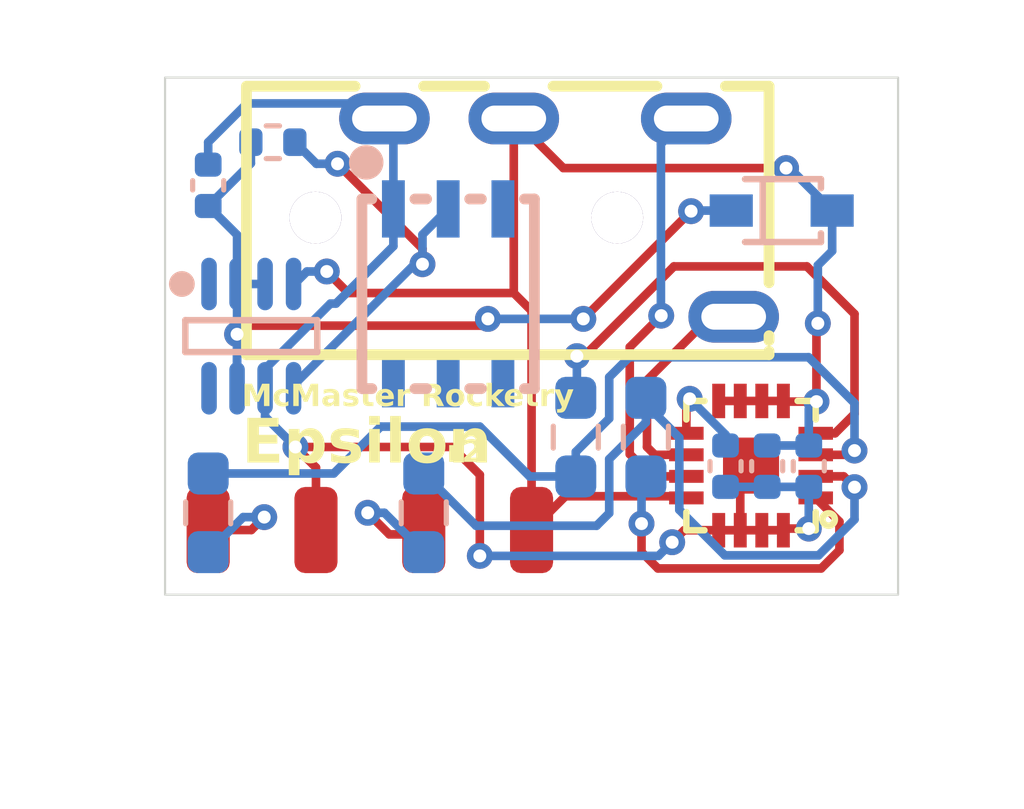
<source format=kicad_pcb>
(kicad_pcb (version 20240108) (generator "pcbnew") (generator_version "8.0")
  (layers (0 "F.Cu" signal) (31 "B.Cu" signal) (34 "B.Paste" user) (35 "F.Paste" user) (36 "B.SilkS" user "B.Silkscreen") (37 "F.SilkS" user "F.Silkscreen") (38 "B.Mask" user) (39 "F.Mask" user) (44 "Edge.Cuts" user))
  (net 0 "")
  (net 1 "GND")
  (net 2 "3V3A_SW")
  (net 3 "Net-(U4-VOCM)")
  (net 4 "Net-(D1-K)")
  (net 5 "Net-(J2-Pin_1)")
  (net 6 "Net-(J4-Pin_1)")
  (net 7 "Net-(U4--OUT)")
  (net 8 "Net-(U4-+OUT)")
  (net 9 "Net-(U4-+IN)")
  (net 10 "Net-(U4-–FB)")
  (net 15 "Net-(U2-IO)")
  (net 18 "Net-(U4-+FB)")
  (net 19 "Net-(U4--IN)")
  (footprint "Connector_Wire:SolderWirePad_1x01_SMD_1x2mm" (layer "F.Cu") (at 141 87.5 180)
    (property "Reference" "J2" (hide yes))
    (property "Value" "SGS+")
    (pad "1" smd roundrect (at 0 0 180) (size 1 2) (layers "F.Cu" "F.Paste" "F.Mask") (net 5 "Net-(J2-Pin_1)"))
  )
  (footprint "Connector_Wire:SolderWirePad_1x01_SMD_1x2mm" (layer "F.Cu") (at 143.5 87.5 180)
    (property "Reference" "J1" (hide yes))
    (property "Value" "SGP+")
    (pad "1" smd roundrect (at 0 0 180) (size 1 2) (layers "F.Cu" "F.Paste" "F.Mask") (net 2 "3V3A_SW"))
  )
  (footprint "Connector_Wire:SolderWirePad_1x01_SMD_1x2mm" (layer "F.Cu") (at 136 87.5 180)
    (property "Reference" "J4" (hide yes))
    (property "Value" "SGS-")
    (pad "1" smd roundrect (at 0 0 180) (size 1 2) (layers "F.Cu" "F.Paste" "F.Mask") (net 6 "Net-(J4-Pin_1)"))
  )
  (footprint "Rocketry_Easyeda:LFCSP-16_L3.0-W3.0-P0.50-BL-EP1.3" (layer "F.Cu") (at 148.59 86.0044 90)
    (property "Reference" "U4" (hide yes))
    (property "Value" "ADA4940-1ACPZ-R7")
    (fp_line (start 1.07 -1.5) (end 1.5 -1.5) (stroke (width 0.15)) (layer "F.SilkS"))
    (fp_line (start -1.5 -1.5) (end -1.08 -1.5) (stroke (width 0.15)) (layer "F.SilkS"))
    (fp_line (start 1.5 -1.08) (end 1.5 -1.5) (stroke (width 0.15)) (layer "F.SilkS"))
    (fp_line (start -1.5 -1.08) (end -1.5 -1.5) (stroke (width 0.15)) (layer "F.SilkS"))
    (fp_line (start 1.5 1.5) (end 1.5 1.08) (stroke (width 0.15)) (layer "F.SilkS"))
    (fp_line (start 1.07 1.5) (end 1.5 1.5) (stroke (width 0.15)) (layer "F.SilkS"))
    (fp_line (start -1.5 1.5) (end -1.5 1.08) (stroke (width 0.15)) (layer "F.SilkS"))
    (fp_line (start -1.5 1.5) (end -1.08 1.5) (stroke (width 0.15)) (layer "F.SilkS"))
    (fp_circle (center -1.25 1.8) (end -1.18 1.8) (stroke (width 0.15)) (fill none) (layer "F.SilkS"))
    (pad "1" smd rect (at -0.75 1.5 270) (size 0.3 0.8) (layers "F.Cu" "F.Paste" "F.Mask") (net 10 "Net-(U4-–FB)"))
    (pad "2" smd rect (at -0.25 1.5 270) (size 0.3 0.8) (layers "F.Cu" "F.Paste" "F.Mask") (net 9 "Net-(U4-+IN)"))
    (pad "3" smd rect (at 0.25 1.5 270) (size 0.3 0.8) (layers "F.Cu" "F.Paste" "F.Mask") (net 19 "Net-(U4--IN)"))
    (pad "4" smd rect (at 0.75 1.5 270) (size 0.3 0.8) (layers "F.Cu" "F.Paste" "F.Mask") (net 18 "Net-(U4-+FB)"))
    (pad "5" smd rect (at 1.5 0.75 180) (size 0.3 0.8) (layers "F.Cu" "F.Paste" "F.Mask") (net 2 "3V3A_SW"))
    (pad "6" smd rect (at 1.5 0.25 180) (size 0.3 0.8) (layers "F.Cu" "F.Paste" "F.Mask") (net 2 "3V3A_SW"))
    (pad "7" smd rect (at 1.5 -0.25 180) (size 0.3 0.8) (layers "F.Cu" "F.Paste" "F.Mask") (net 2 "3V3A_SW"))
    (pad "8" smd rect (at 1.5 -0.75 180) (size 0.3 0.8) (layers "F.Cu" "F.Paste" "F.Mask") (net 2 "3V3A_SW"))
    (pad "9" smd rect (at 0.75 -1.5 270) (size 0.3 0.8) (layers "F.Cu" "F.Paste" "F.Mask") (net 3 "Net-(U4-VOCM)"))
    (pad "10" smd rect (at 0.25 -1.5 270) (size 0.3 0.8) (layers "F.Cu" "F.Paste" "F.Mask") (net 8 "Net-(U4-+OUT)"))
    (pad "11" smd rect (at -0.25 -1.5 270) (size 0.3 0.8) (layers "F.Cu" "F.Paste" "F.Mask") (net 7 "Net-(U4--OUT)"))
    (pad "12" smd rect (at -0.75 -1.5 270) (size 0.3 0.8) (layers "F.Cu" "F.Paste" "F.Mask") (net 2 "3V3A_SW"))
    (pad "13" smd rect (at -1.5 -0.75 180) (size 0.3 0.8) (layers "F.Cu" "F.Paste" "F.Mask") (net 1 "GND"))
    (pad "14" smd rect (at -1.5 -0.25 180) (size 0.3 0.8) (layers "F.Cu" "F.Paste" "F.Mask") (net 1 "GND"))
    (pad "15" smd rect (at -1.5 0.25 180) (size 0.3 0.8) (layers "F.Cu" "F.Paste" "F.Mask") (net 1 "GND"))
    (pad "16" smd rect (at -1.5 0.75 180) (size 0.3 0.8) (layers "F.Cu" "F.Paste" "F.Mask") (net 1 "GND"))
    (pad "17" smd rect (at 0 0 270) (size 1.3 1.3) (layers "F.Cu" "F.Paste" "F.Mask") (net 1 "GND"))
  )
  (footprint "Rocketry_Manual:AUDIO-TH_PJ-320A-4P-DIP" (layer "F.Cu") (at 144.1375 80.25)
    (property "Reference" "J5" (hide yes))
    (property "Value" "AudioJack4")
    (fp_line (start -7.25 2.46) (end -7.25 -3.05) (stroke (width 0.25)) (layer "F.SilkS"))
    (fp_line (start -7.25 3.18) (end -7.25 2.3) (stroke (width 0.25)) (layer "F.SilkS"))
    (fp_line (start -7.23 -3.05) (end -4.73 -3.05) (stroke (width 0.25)) (layer "F.SilkS"))
    (fp_line (start -3.14 -3.05) (end -1.73 -3.05) (stroke (width 0.25)) (layer "F.SilkS"))
    (fp_line (start -0.14 -3.05) (end 2.27 -3.05) (stroke (width 0.25)) (layer "F.SilkS"))
    (fp_line (start 3.86 -3.05) (end 4.87 -3.05) (stroke (width 0.25)) (layer "F.SilkS"))
    (fp_line (start 4.87 -3.05) (end 4.87 1.51) (stroke (width 0.25)) (layer "F.SilkS"))
    (fp_line (start 4.87 2.74) (end 4.87 2.85) (stroke (width 0.25)) (layer "F.SilkS"))
    (fp_line (start 4.87 3.1) (end 4.87 3.18) (stroke (width 0.25)) (layer "F.SilkS"))
    (fp_line (start 4.87 3.18) (end -7.25 3.18) (stroke (width 0.25)) (layer "F.SilkS"))
    (pad "" thru_hole circle (at -5.65 0) (size 1.2 1.2) (drill 1.2) (layers "*.Cu" "*.Mask" "In1.Cu" "In2.Cu" "In3.Cu" "In4.Cu" "In5.Cu" "In6.Cu" "In7.Cu" "In8.Cu" "In9.Cu" "In10.Cu" "In11.Cu" "In12.Cu" "In13.Cu" "In14.Cu" "In15.Cu" "In16.Cu" "In17.Cu" "In18.Cu" "In19.Cu" "In20.Cu" "In21.Cu" "In22.Cu" "In23.Cu" "In24.Cu" "In25.Cu" "In26.Cu" "In27.Cu" "In28.Cu" "In29.Cu" "In30.Cu"))
    (pad "" thru_hole circle (at 1.35 0) (size 1.2 1.2) (drill 1.2) (layers "*.Cu" "*.Mask" "In1.Cu" "In2.Cu" "In3.Cu" "In4.Cu" "In5.Cu" "In6.Cu" "In7.Cu" "In8.Cu" "In9.Cu" "In10.Cu" "In11.Cu" "In12.Cu" "In13.Cu" "In14.Cu" "In15.Cu" "In16.Cu" "In17.Cu" "In18.Cu" "In19.Cu" "In20.Cu" "In21.Cu" "In22.Cu" "In23.Cu" "In24.Cu" "In25.Cu" "In26.Cu" "In27.Cu" "In28.Cu" "In29.Cu" "In30.Cu"))
    (pad "R1" thru_hole oval (at 2.95 -2.3 90) (size 1.2 2.1) (drill oval 0.599999 1.499997) (layers "*.Cu" "*.Mask" "In1.Cu" "In2.Cu" "In3.Cu" "In4.Cu" "In5.Cu" "In6.Cu" "In7.Cu" "In8.Cu" "In9.Cu" "In10.Cu" "In11.Cu" "In12.Cu" "In13.Cu" "In14.Cu" "In15.Cu" "In16.Cu" "In17.Cu" "In18.Cu" "In19.Cu" "In20.Cu" "In21.Cu" "In22.Cu" "In23.Cu" "In24.Cu" "In25.Cu" "In26.Cu" "In27.Cu" "In28.Cu" "In29.Cu" "In30.Cu") (net 7 "Net-(U4--OUT)"))
    (pad "R2" thru_hole oval (at -1.05 -2.3 90) (size 1.2 2.1) (drill oval 0.599999 1.499997) (layers "*.Cu" "*.Mask" "In1.Cu" "In2.Cu" "In3.Cu" "In4.Cu" "In5.Cu" "In6.Cu" "In7.Cu" "In8.Cu" "In9.Cu" "In10.Cu" "In11.Cu" "In12.Cu" "In13.Cu" "In14.Cu" "In15.Cu" "In16.Cu" "In17.Cu" "In18.Cu" "In19.Cu" "In20.Cu" "In21.Cu" "In22.Cu" "In23.Cu" "In24.Cu" "In25.Cu" "In26.Cu" "In27.Cu" "In28.Cu" "In29.Cu" "In30.Cu") (net 2 "3V3A_SW"))
    (pad "S" thru_hole oval (at -4.05 -2.3 90) (size 1.2 2.1) (drill oval 0.599999 1.499997) (layers "*.Cu" "*.Mask" "In1.Cu" "In2.Cu" "In3.Cu" "In4.Cu" "In5.Cu" "In6.Cu" "In7.Cu" "In8.Cu" "In9.Cu" "In10.Cu" "In11.Cu" "In12.Cu" "In13.Cu" "In14.Cu" "In15.Cu" "In16.Cu" "In17.Cu" "In18.Cu" "In19.Cu" "In20.Cu" "In21.Cu" "In22.Cu" "In23.Cu" "In24.Cu" "In25.Cu" "In26.Cu" "In27.Cu" "In28.Cu" "In29.Cu" "In30.Cu") (net 1 "GND"))
    (pad "T" thru_hole oval (at 4.05 2.3 90) (size 1.2 2.1) (drill oval 0.599999 1.499997) (layers "*.Cu" "*.Mask" "In1.Cu" "In2.Cu" "In3.Cu" "In4.Cu" "In5.Cu" "In6.Cu" "In7.Cu" "In8.Cu" "In9.Cu" "In10.Cu" "In11.Cu" "In12.Cu" "In13.Cu" "In14.Cu" "In15.Cu" "In16.Cu" "In17.Cu" "In18.Cu" "In19.Cu" "In20.Cu" "In21.Cu" "In22.Cu" "In23.Cu" "In24.Cu" "In25.Cu" "In26.Cu" "In27.Cu" "In28.Cu" "In29.Cu" "In30.Cu") (net 8 "Net-(U4-+OUT)"))
  )
  (footprint "Connector_Wire:SolderWirePad_1x01_SMD_1x2mm" (layer "F.Cu") (at 138.5 87.5 180)
    (property "Reference" "J3" (hide yes))
    (property "Value" "SGP-")
    (pad "1" smd roundrect (at 0 0 180) (size 1 2) (layers "F.Cu" "F.Paste" "F.Mask") (net 1 "GND"))
  )
  (footprint "Capacitor_SMD:C_0402_1005Metric" (layer "B.Cu") (at 136 79.5 90)
    (property "Reference" "C4" (hide yes))
    (property "Value" "10uF")
    (fp_line (start 0.107836 -0.36) (end -0.107836 -0.36) (stroke (width 0.12)) (layer "B.SilkS"))
    (fp_line (start 0.107836 0.36) (end -0.107836 0.36) (stroke (width 0.12)) (layer "B.SilkS"))
    (pad "1" smd roundrect (at -0.48 0 90) (size 0.56 0.62) (layers "B.Cu" "B.Paste" "B.Mask") (net 4 "Net-(D1-K)"))
    (pad "2" smd roundrect (at 0.48 0 90) (size 0.56 0.62) (layers "B.Cu" "B.Paste" "B.Mask") (net 1 "GND"))
  )
  (footprint "Rocketry_Easyeda:TSOT-23-8_L2.9-W1.6-P0.65-LS2.8-BR" (layer "B.Cu") (at 137 83 90)
    (property "Reference" "U3" (hide yes))
    (property "Value" "TCA9416DDFR")
    (fp_line (start 0.37 -1.53) (end 0.37 1.53) (stroke (width 0.15)) (layer "B.SilkS"))
    (fp_line (start -0.37 -1.53) (end 0.37 -1.53) (stroke (width 0.15)) (layer "B.SilkS"))
    (fp_line (start 0.37 1.53) (end -0.37 1.53) (stroke (width 0.15)) (layer "B.SilkS"))
    (fp_line (start -0.37 1.53) (end -0.37 -1.53) (stroke (width 0.15)) (layer "B.SilkS"))
    (fp_circle (center 1.21 -1.61) (end 1.36 -1.61) (stroke (width 0.3)) (fill none) (layer "B.SilkS"))
    (pad "1" smd oval (at 1.21 -0.98 90) (size 1.22 0.36) (layers "B.Cu" "B.Paste" "B.Mask"))
    (pad "2" smd oval (at 1.21 -0.33 90) (size 1.22 0.36) (layers "B.Cu" "B.Paste" "B.Mask") (net 4 "Net-(D1-K)"))
    (pad "3" smd oval (at 1.21 0.32 90) (size 1.22 0.36) (layers "B.Cu" "B.Paste" "B.Mask") (net 4 "Net-(D1-K)"))
    (pad "4" smd oval (at 1.21 0.98 90) (size 1.22 0.36) (layers "B.Cu" "B.Paste" "B.Mask") (net 2 "3V3A_SW"))
    (pad "5" smd oval (at -1.21 0.98 90) (size 1.22 0.36) (layers "B.Cu" "B.Paste" "B.Mask") (net 15 "Net-(U2-IO)"))
    (pad "6" smd oval (at -1.21 0.32 90) (size 1.22 0.36) (layers "B.Cu" "B.Paste" "B.Mask") (net 1 "GND"))
    (pad "7" smd oval (at -1.21 -0.33 90) (size 1.22 0.36) (layers "B.Cu" "B.Paste" "B.Mask") (net 4 "Net-(D1-K)"))
    (pad "8" smd oval (at -1.21 -0.98 90) (size 1.22 0.36) (layers "B.Cu" "B.Paste" "B.Mask"))
  )
  (footprint "Resistor_SMD:R_0603_1608Metric_Pad0.98x0.95mm_HandSolder" (layer "B.Cu") (at 141 87.1 90)
    (property "Reference" "R8" (hide yes))
    (property "Value" "6.8K")
    (fp_line (start 0.254724 -0.5225) (end -0.254724 -0.5225) (stroke (width 0.12)) (layer "B.SilkS"))
    (fp_line (start 0.254724 0.5225) (end -0.254724 0.5225) (stroke (width 0.12)) (layer "B.SilkS"))
    (pad "1" smd roundrect (at -0.9125 0 90) (size 0.975 0.95) (layers "B.Cu" "B.Paste" "B.Mask") (net 5 "Net-(J2-Pin_1)"))
    (pad "2" smd roundrect (at 0.9125 0 90) (size 0.975 0.95) (layers "B.Cu" "B.Paste" "B.Mask") (net 9 "Net-(U4-+IN)"))
  )
  (footprint "Resistor_SMD:R_0402_1005Metric" (layer "B.Cu") (at 137.5 78.5 180)
    (property "Reference" "R7" (hide yes))
    (property "Value" "1K")
    (fp_line (start 0.153641 0.38) (end -0.153641 0.38) (stroke (width 0.12)) (layer "B.SilkS"))
    (fp_line (start 0.153641 -0.38) (end -0.153641 -0.38) (stroke (width 0.12)) (layer "B.SilkS"))
    (pad "1" smd roundrect (at -0.51 0 180) (size 0.54 0.64) (layers "B.Cu" "B.Paste" "B.Mask") (net 15 "Net-(U2-IO)"))
    (pad "2" smd roundrect (at 0.51 0 180) (size 0.54 0.64) (layers "B.Cu" "B.Paste" "B.Mask") (net 4 "Net-(D1-K)"))
  )
  (footprint "Capacitor_SMD:C_0402_1005Metric" (layer "B.Cu") (at 149.9294 86.0184 90)
    (property "Reference" "C6" (hide yes))
    (property "Value" "1000p")
    (fp_line (start 0.107836 -0.36) (end -0.107836 -0.36) (stroke (width 0.12)) (layer "B.SilkS"))
    (fp_line (start 0.107836 0.36) (end -0.107836 0.36) (stroke (width 0.12)) (layer "B.SilkS"))
    (pad "1" smd roundrect (at -0.48 0 90) (size 0.56 0.62) (layers "B.Cu" "B.Paste" "B.Mask") (net 1 "GND"))
    (pad "2" smd roundrect (at 0.48 0 90) (size 0.56 0.62) (layers "B.Cu" "B.Paste" "B.Mask") (net 2 "3V3A_SW"))
  )
  (footprint "Rocketry_Easyeda:TSOC-6_L3.9-W4.3-P1.27-BL" (layer "B.Cu") (at 141.5655 82.0177)
    (property "Reference" "U2" (hide yes))
    (property "Value" "DS28E07P+T")
    (fp_line (start -2 -2.2) (end -2 2.2) (stroke (width 0.25)) (layer "B.SilkS"))
    (fp_line (start -2 2.2) (end -1.77 2.2) (stroke (width 0.25)) (layer "B.SilkS"))
    (fp_line (start -1.77 -2.2) (end -2 -2.2) (stroke (width 0.25)) (layer "B.SilkS"))
    (fp_line (start -0.77 2.2) (end -0.5 2.2) (stroke (width 0.25)) (layer "B.SilkS"))
    (fp_line (start -0.5 -2.2) (end -0.77 -2.2) (stroke (width 0.25)) (layer "B.SilkS"))
    (fp_line (start 0.5 2.2) (end 0.77 2.2) (stroke (width 0.25)) (layer "B.SilkS"))
    (fp_line (start 0.77 -2.2) (end 0.5 -2.2) (stroke (width 0.25)) (layer "B.SilkS"))
    (fp_line (start 1.77 2.2) (end 2 2.2) (stroke (width 0.25)) (layer "B.SilkS"))
    (fp_line (start 2 -2.2) (end 1.77 -2.2) (stroke (width 0.25)) (layer "B.SilkS"))
    (fp_line (start 2 2.2) (end 2 -2.2) (stroke (width 0.25)) (layer "B.SilkS"))
    (fp_circle (center -1.9 -3.05) (end -1.7 -3.05) (stroke (width 0.4)) (fill none) (layer "B.SilkS"))
    (pad "1" smd rect (at -1.27 -1.97) (size 0.53 1.33) (layers "B.Cu" "B.Paste" "B.Mask") (net 1 "GND"))
    (pad "2" smd rect (at 0 -1.97) (size 0.53 1.33) (layers "B.Cu" "B.Paste" "B.Mask") (net 15 "Net-(U2-IO)"))
    (pad "3" smd rect (at 1.27 -1.97) (size 0.53 1.33) (layers "B.Cu" "B.Paste" "B.Mask"))
    (pad "4" smd rect (at 1.27 1.97) (size 0.53 1.33) (layers "B.Cu" "B.Paste" "B.Mask"))
    (pad "5" smd rect (at 0 1.97) (size 0.53 1.33) (layers "B.Cu" "B.Paste" "B.Mask"))
    (pad "6" smd rect (at -1.27 1.97) (size 0.53 1.33) (layers "B.Cu" "B.Paste" "B.Mask"))
  )
  (footprint "Rocketry_Easyeda:SOD-323_L1.8-W1.3-LS2.5-RD" (layer "B.Cu") (at 149.3012 80.0862)
    (property "Reference" "D1" (hide yes))
    (property "Value" "1N4148WS T4")
    (fp_line (start -0.44 -0.73) (end -0.44 0.73) (stroke (width 0.15)) (layer "B.SilkS"))
    (fp_line (start 0.91 -0.73) (end -0.85 -0.73) (stroke (width 0.15)) (layer "B.SilkS"))
    (fp_line (start 0.91 -0.52) (end 0.91 -0.73) (stroke (width 0.15)) (layer "B.SilkS"))
    (fp_line (start 0.91 0.53) (end 0.91 0.73) (stroke (width 0.15)) (layer "B.SilkS"))
    (fp_line (start 0.91 0.73) (end -0.85 0.73) (stroke (width 0.15)) (layer "B.SilkS"))
    (pad "1" smd rect (at -1.17 0) (size 1 0.75) (layers "B.Cu" "B.Paste" "B.Mask") (net 4 "Net-(D1-K)"))
    (pad "2" smd rect (at 1.17 0) (size 1 0.75) (layers "B.Cu" "B.Paste" "B.Mask") (net 2 "3V3A_SW"))
  )
  (footprint "Capacitor_SMD:C_0402_1005Metric" (layer "B.Cu") (at 148.9642 86.0184 -90)
    (property "Reference" "C5" (hide yes))
    (property "Value" "100n")
    (fp_line (start 0.107836 0.36) (end -0.107836 0.36) (stroke (width 0.12)) (layer "B.SilkS"))
    (fp_line (start 0.107836 -0.36) (end -0.107836 -0.36) (stroke (width 0.12)) (layer "B.SilkS"))
    (pad "1" smd roundrect (at -0.48 0 270) (size 0.56 0.62) (layers "B.Cu" "B.Paste" "B.Mask") (net 2 "3V3A_SW"))
    (pad "2" smd roundrect (at 0.48 0 270) (size 0.56 0.62) (layers "B.Cu" "B.Paste" "B.Mask") (net 1 "GND"))
  )
  (footprint "Resistor_SMD:R_0603_1608Metric_Pad0.98x0.95mm_HandSolder" (layer "B.Cu") (at 146.1516 85.344 -90)
    (property "Reference" "R5" (hide yes))
    (property "Value" "330K")
    (fp_line (start 0.254724 0.5225) (end -0.254724 0.5225) (stroke (width 0.12)) (layer "B.SilkS"))
    (fp_line (start 0.254724 -0.5225) (end -0.254724 -0.5225) (stroke (width 0.12)) (layer "B.SilkS"))
    (pad "1" smd roundrect (at -0.9125 0 270) (size 0.975 0.95) (layers "B.Cu" "B.Paste" "B.Mask") (net 9 "Net-(U4-+IN)"))
    (pad "2" smd roundrect (at 0.9125 0 270) (size 0.975 0.95) (layers "B.Cu" "B.Paste" "B.Mask") (net 10 "Net-(U4-–FB)"))
  )
  (footprint "Resistor_SMD:R_0603_1608Metric_Pad0.98x0.95mm_HandSolder" (layer "B.Cu") (at 136 87.1 -90)
    (property "Reference" "R9" (hide yes))
    (property "Value" "6.8K")
    (fp_line (start 0.254724 0.5225) (end -0.254724 0.5225) (stroke (width 0.12)) (layer "B.SilkS"))
    (fp_line (start 0.254724 -0.5225) (end -0.254724 -0.5225) (stroke (width 0.12)) (layer "B.SilkS"))
    (pad "1" smd roundrect (at -0.9125 0 270) (size 0.975 0.95) (layers "B.Cu" "B.Paste" "B.Mask") (net 19 "Net-(U4--IN)"))
    (pad "2" smd roundrect (at 0.9125 0 270) (size 0.975 0.95) (layers "B.Cu" "B.Paste" "B.Mask") (net 6 "Net-(J4-Pin_1)"))
  )
  (footprint "Resistor_SMD:R_0603_1608Metric_Pad0.98x0.95mm_HandSolder" (layer "B.Cu") (at 144.526 85.344 -90)
    (property "Reference" "R6" (hide yes))
    (property "Value" "330K")
    (fp_line (start 0.254724 0.5225) (end -0.254724 0.5225) (stroke (width 0.12)) (layer "B.SilkS"))
    (fp_line (start 0.254724 -0.5225) (end -0.254724 -0.5225) (stroke (width 0.12)) (layer "B.SilkS"))
    (pad "1" smd roundrect (at -0.9125 0 270) (size 0.975 0.95) (layers "B.Cu" "B.Paste" "B.Mask") (net 18 "Net-(U4-+FB)"))
    (pad "2" smd roundrect (at 0.9125 0 270) (size 0.975 0.95) (layers "B.Cu" "B.Paste" "B.Mask") (net 19 "Net-(U4--IN)"))
  )
  (footprint "Capacitor_SMD:C_0402_1005Metric" (layer "B.Cu") (at 147.999 86.0184 -90)
    (property "Reference" "C7" (hide yes))
    (property "Value" "100n")
    (fp_line (start 0.107836 0.36) (end -0.107836 0.36) (stroke (width 0.12)) (layer "B.SilkS"))
    (fp_line (start 0.107836 -0.36) (end -0.107836 -0.36) (stroke (width 0.12)) (layer "B.SilkS"))
    (pad "1" smd roundrect (at -0.48 0 270) (size 0.56 0.62) (layers "B.Cu" "B.Paste" "B.Mask") (net 3 "Net-(U4-VOCM)"))
    (pad "2" smd roundrect (at 0.48 0 270) (size 0.56 0.62) (layers "B.Cu" "B.Paste" "B.Mask") (net 1 "GND"))
  )
  (gr_rect (start 135 77) (end 152 89) (stroke (width 0.05)) (fill none) (layer "Edge.Cuts"))
  (gr_text "McMaster Rocketry" (at 136.779 84.709 0) (layer "F.SilkS") (effects (font (size 0.508 0.508) (thickness 0.1) (italic yes)) (justify left bottom)))
  (gr_text "r2" (at 141.5288 86.0044 0) (layer "F.SilkS") (effects (font (size 0.508 0.508) (thickness 0.1) (italic yes)) (justify left bottom)))
  (gr_text "Epsilon" (at 136.779 86.106 0) (layer "F.SilkS") (effects (font (size 1.016 1.016) (thickness 0.1) (italic yes)) (justify left bottom)))
  (segment (start 142.3 86.2168) (end 142.3 88.1) (width 0.2) (layer "F.Cu") (net 1))
  (segment (start 138.0236 85.5726) (end 138.5 86.049) (width 0.2) (layer "F.Cu") (net 1))
  (segment (start 148.34 87.5044) (end 148.84 87.5044) (width 0.2) (layer "F.Cu") (net 1))
  (segment (start 138.0236 85.5726) (end 141.6558 85.5726) (width 0.2) (layer "F.Cu") (net 1))
  (segment (start 147.84 87.5044) (end 148.34 87.5044) (width 0.2) (layer "F.Cu") (net 1))
  (segment (start 148.34 87.5044) (end 148.34 86.2544) (width 0.2) (layer "F.Cu") (net 1))
  (segment (start 149.3782 87.4662) (end 149.34 87.5044) (width 0.2) (layer "F.Cu") (net 1))
  (segment (start 138.5 86.049) (end 138.5 87.5) (width 0.2) (layer "F.Cu") (net 1))
  (segment (start 141.6558 85.5726) (end 142.3 86.2168) (width 0.2) (layer "F.Cu") (net 1))
  (segment (start 149.9294 87.4662) (end 149.3782 87.4662) (width 0.2) (layer "F.Cu") (net 1))
  (segment (start 147.84 87.5044) (end 147.0392 87.5044) (width 0.2) (layer "F.Cu") (net 1))
  (segment (start 149.34 87.5044) (end 148.84 87.5044) (width 0.2) (layer "F.Cu") (net 1))
  (segment (start 147.0392 87.5044) (end 146.7612 87.7824) (width 0.2) (layer "F.Cu") (net 1))
  (via (at 149.9294 87.4662) (size 0.6) (drill 0.3) (layers "F.Cu" "B.Cu") (net 1))
  (via (at 142.3 88.1) (size 0.6) (drill 0.3) (layers "F.Cu" "B.Cu") (net 1))
  (via (at 138.0236 85.5726) (size 0.6) (drill 0.3) (layers "F.Cu" "B.Cu") (net 1))
  (via (at 146.7612 87.7824) (size 0.6) (drill 0.3) (layers "F.Cu" "B.Cu") (net 1))
  (segment (start 146.7612 87.7824) (end 146.4436 88.1) (width 0.2) (layer "B.Cu") (net 1))
  (segment (start 136 78.5) (end 136.9 77.6) (width 0.2) (layer "B.Cu") (net 1))
  (segment (start 137.32 84.21) (end 137.32 83.76) (width 0.2) (layer "B.Cu") (net 1))
  (segment (start 139.7375 77.6) (end 140.0875 77.95) (width 0.2) (layer "B.Cu") (net 1))
  (segment (start 140.2955 78.158) (end 140.0875 77.95) (width 0.2) (layer "B.Cu") (net 1))
  (segment (start 138.8348 82.2452) (end 138.963 82.2452) (width 0.2) (layer "B.Cu") (net 1))
  (segment (start 137.32 83.76) (end 138.8348 82.2452) (width 0.2) (layer "B.Cu") (net 1))
  (segment (start 149.9294 86.4984) (end 147.999 86.4984) (width 0.2) (layer "B.Cu") (net 1))
  (segment (start 138.0236 85.5726) (end 137.32 84.869) (width 0.2) (layer "B.Cu") (net 1))
  (segment (start 149.9294 86.4984) (end 149.9294 87.4662) (width 0.2) (layer "B.Cu") (net 1))
  (segment (start 146.4436 88.1) (end 142.3 88.1) (width 0.2) (layer "B.Cu") (net 1))
  (segment (start 138.963 82.2452) (end 140.2955 80.9127) (width 0.2) (layer "B.Cu") (net 1))
  (segment (start 136.9 77.6) (end 139.7375 77.6) (width 0.2) (layer "B.Cu") (net 1))
  (segment (start 137.32 84.869) (end 137.32 84.21) (width 0.2) (layer "B.Cu") (net 1))
  (segment (start 136 79.02) (end 136 78.5) (width 0.2) (layer "B.Cu") (net 1))
  (segment (start 140.2955 80.9127) (end 140.2955 80.0477) (width 0.2) (layer "B.Cu") (net 1))
  (segment (start 140.2955 80.0477) (end 140.2955 78.158) (width 0.2) (layer "B.Cu") (net 1))
  (segment (start 143.55 87.55) (end 143.5 87.5) (width 0.2) (layer "F.Cu") (net 2))
  (segment (start 144.2375 79.1) (end 143.0875 77.95) (width 0.2) (layer "F.Cu") (net 2))
  (segment (start 149.3554 84.5198) (end 149.34 84.5044) (width 0.2) (layer "F.Cu") (net 2))
  (segment (start 150.1072 84.5198) (end 150.1072 82.7346) (width 0.2) (layer "F.Cu") (net 2))
  (segment (start 143.5 82.4125) (end 143.0875 82) (width 0.2) (layer "F.Cu") (net 2))
  (segment (start 139.25 82) (end 143.0875 82) (width 0.2) (layer "F.Cu") (net 2))
  (segment (start 150.1072 82.7346) (end 150.1394 82.7024) (width 0.2) (layer "F.Cu") (net 2))
  (segment (start 144.2844 86.7156) (end 143.5 87.5) (width 0.2) (layer "F.Cu") (net 2))
  (segment (start 143.0875 82) (end 143.0875 77.95) (width 0.2) (layer "F.Cu") (net 2))
  (segment (start 147.09 86.7544) (end 147.0512 86.7156) (width 0.2) (layer "F.Cu") (net 2))
  (segment (start 147.84 84.5044) (end 148.34 84.5044) (width 0.2) (layer "F.Cu") (net 2))
  (segment (start 150.1072 84.5198) (end 149.3554 84.5198) (width 0.2) (layer "F.Cu") (net 2))
  (segment (start 148.34 84.5044) (end 148.84 84.5044) (width 0.2) (layer "F.Cu") (net 2))
  (segment (start 138.75 81.5) (end 139.25 82) (width 0.2) (layer "F.Cu") (net 2))
  (segment (start 147.0512 86.7156) (end 144.2844 86.7156) (width 0.2) (layer "F.Cu") (net 2))
  (segment (start 148.84 84.5044) (end 149.34 84.5044) (width 0.2) (layer "F.Cu") (net 2))
  (segment (start 149.4028 79.1) (end 144.2375 79.1) (width 0.2) (layer "F.Cu") (net 2))
  (segment (start 143.5 87.5) (end 143.5 82.4125) (width 0.2) (layer "F.Cu") (net 2))
  (via (at 150.1072 84.5198) (size 0.6) (drill 0.3) (layers "F.Cu" "B.Cu") (net 2))
  (via (at 150.1394 82.7024) (size 0.6) (drill 0.3) (layers "F.Cu" "B.Cu") (net 2))
  (via (at 138.75 81.5) (size 0.6) (drill 0.3) (layers "F.Cu" "B.Cu") (net 2))
  (via (at 149.4028 79.1) (size 0.6) (drill 0.3) (layers "F.Cu" "B.Cu") (net 2))
  (segment (start 149.9294 85.5384) (end 149.9294 84.6976) (width 0.2) (layer "B.Cu") (net 2))
  (segment (start 150.4712 81.0244) (end 150.1394 81.3562) (width 0.2) (layer "B.Cu") (net 2))
  (segment (start 149.4028 79.1) (end 149.485 79.1) (width 0.2) (layer "B.Cu") (net 2))
  (segment (start 149.9294 84.6976) (end 150.1072 84.5198) (width 0.2) (layer "B.Cu") (net 2))
  (segment (start 138.75 81.5) (end 138.29 81.5) (width 0.2) (layer "B.Cu") (net 2))
  (segment (start 149.485 79.1) (end 150.4712 80.0862) (width 0.2) (layer "B.Cu") (net 2))
  (segment (start 138.29 81.5) (end 138 81.79) (width 0.2) (layer "B.Cu") (net 2))
  (segment (start 149.9294 85.5384) (end 148.9642 85.5384) (width 0.2) (layer "B.Cu") (net 2))
  (segment (start 150.4712 80.0862) (end 150.4712 81.0244) (width 0.2) (layer "B.Cu") (net 2))
  (segment (start 150.1394 81.3562) (end 150.1394 82.7024) (width 0.2) (layer "B.Cu") (net 2))
  (segment (start 147.09 84.5326) (end 147.09 85.2544) (width 0.2) (layer "F.Cu") (net 3))
  (segment (start 147.1676 84.455) (end 147.09 84.5326) (width 0.2) (layer "F.Cu") (net 3))
  (via (at 147.1676 84.455) (size 0.6) (drill 0.3) (layers "F.Cu" "B.Cu") (net 3))
  (segment (start 147.999 85.2864) (end 147.999 85.5384) (width 0.2) (layer "B.Cu") (net 3))
  (segment (start 147.1676 84.455) (end 147.999 85.2864) (width 0.2) (layer "B.Cu") (net 3))
  (segment (start 144.7 82.6) (end 147.2 80.1) (width 0.2) (layer "F.Cu") (net 4))
  (segment (start 136.869373 82.757027) (end 142.330473 82.757027) (width 0.2) (layer "F.Cu") (net 4))
  (segment (start 142.330473 82.757027) (end 142.4875 82.6) (width 0.2) (layer "F.Cu") (net 4))
  (segment (start 136.67 82.9564) (end 136.869373 82.757027) (width 0.2) (layer "F.Cu") (net 4))
  (via (at 147.2 80.1) (size 0.6) (drill 0.3) (layers "F.Cu" "B.Cu") (net 4))
  (via (at 136.67 82.9564) (size 0.6) (drill 0.3) (layers "F.Cu" "B.Cu") (net 4))
  (via (at 144.7 82.6) (size 0.6) (drill 0.3) (layers "F.Cu" "B.Cu") (net 4))
  (via (at 142.4875 82.6) (size 0.6) (drill 0.3) (layers "F.Cu" "B.Cu") (net 4))
  (segment (start 147.2138 80.0862) (end 147.2 80.1) (width 0.2) (layer "B.Cu") (net 4))
  (segment (start 136.99 78.5) (end 136.99 78.99) (width 0.2) (layer "B.Cu") (net 4))
  (segment (start 136.67 82.9564) (end 136.67 84.21) (width 0.2) (layer "B.Cu") (net 4))
  (segment (start 144.7 82.6) (end 142.4875 82.6) (width 0.2) (layer "B.Cu") (net 4))
  (segment (start 136.99 78.99) (end 136 79.98) (width 0.2) (layer "B.Cu") (net 4))
  (segment (start 136.67 80.65) (end 136.67 81.79) (width 0.2) (layer "B.Cu") (net 4))
  (segment (start 136 79.98) (end 136.67 80.65) (width 0.2) (layer "B.Cu") (net 4))
  (segment (start 137.32 81.79) (end 136.67 81.79) (width 0.2) (layer "B.Cu") (net 4))
  (segment (start 148.1312 80.0862) (end 147.2138 80.0862) (width 0.2) (layer "B.Cu") (net 4))
  (segment (start 136.67 81.79) (end 136.67 84.21) (width 0.2) (layer "B.Cu") (net 4))
  (segment (start 140.2 87.6) (end 139.7 87.1) (width 0.2) (layer "F.Cu") (net 5))
  (segment (start 141 87.6) (end 140.2 87.6) (width 0.2) (layer "F.Cu") (net 5))
  (via (at 139.7 87.1) (size 0.6) (drill 0.3) (layers "F.Cu" "B.Cu") (net 5))
  (segment (start 140.0875 87.1) (end 141 88.0125) (width 0.2) (layer "B.Cu") (net 5))
  (segment (start 139.7 87.1) (end 140.0875 87.1) (width 0.2) (layer "B.Cu") (net 5))
  (segment (start 137 87.5) (end 137.3 87.2) (width 0.2) (layer "F.Cu") (net 6))
  (segment (start 136 87.5) (end 137 87.5) (width 0.2) (layer "F.Cu") (net 6))
  (via (at 137.3 87.2) (size 0.6) (drill 0.3) (layers "F.Cu" "B.Cu") (net 6))
  (segment (start 136.8125 87.2) (end 136 88.0125) (width 0.2) (layer "B.Cu") (net 6))
  (segment (start 137.3 87.2) (end 136.8125 87.2) (width 0.2) (layer "B.Cu") (net 6))
  (segment (start 146.5072 82.5246) (end 145.777 83.2548) (width 0.2) (layer "F.Cu") (net 7))
  (segment (start 145.777 85.738286) (end 146.293114 86.2544) (width 0.2) (layer "F.Cu") (net 7))
  (segment (start 146.293114 86.2544) (end 147.09 86.2544) (width 0.2) (layer "F.Cu") (net 7))
  (segment (start 145.777 83.2548) (end 145.777 85.738286) (width 0.2) (layer "F.Cu") (net 7))
  (via (at 146.5072 82.5246) (size 0.6) (drill 0.3) (layers "F.Cu" "B.Cu") (net 7))
  (segment (start 146.5 78.5375) (end 147.0875 77.95) (width 0.2) (layer "B.Cu") (net 7))
  (segment (start 146.5072 82.5246) (end 146.5 82.5174) (width 0.2) (layer "B.Cu") (net 7))
  (segment (start 146.5 82.5174) (end 146.5 78.5375) (width 0.2) (layer "B.Cu") (net 7))
  (segment (start 146.177 84.0232) (end 147.6502 82.55) (width 0.2) (layer "F.Cu") (net 8))
  (segment (start 146.3588 85.7544) (end 146.177 85.5726) (width 0.2) (layer "F.Cu") (net 8))
  (segment (start 146.177 85.5726) (end 146.177 84.0232) (width 0.2) (layer "F.Cu") (net 8))
  (segment (start 147.6502 82.55) (end 148.1875 82.55) (width 0.2) (layer "F.Cu") (net 8))
  (segment (start 147.09 85.7544) (end 146.3588 85.7544) (width 0.2) (layer "F.Cu") (net 8))
  (segment (start 148.1875 82.55) (end 147.95 82.55) (width 0.2) (layer "B.Cu") (net 8))
  (segment (start 150.74 86.2544) (end 150.99 86.5044) (width 0.2) (layer "F.Cu") (net 9))
  (segment (start 150.09 86.2544) (end 150.74 86.2544) (width 0.2) (layer "F.Cu") (net 9))
  (via (at 150.99 86.5044) (size 0.6) (drill 0.3) (layers "F.Cu" "B.Cu") (net 9))
  (segment (start 145.301 85.852878) (end 145.301 87.1071) (width 0.2) (layer "B.Cu") (net 9))
  (segment (start 146.1516 84.4315) (end 146.1516 85.002278) (width 0.2) (layer "B.Cu") (net 9))
  (segment (start 145.301 87.1071) (end 145.0081 87.4) (width 0.2) (layer "B.Cu") (net 9))
  (segment (start 146.9266 87.0315) (end 146.9266 85.357) (width 0.2) (layer "B.Cu") (net 9))
  (segment (start 146.1516 85.002278) (end 145.301 85.852878) (width 0.2) (layer "B.Cu") (net 9))
  (segment (start 150.156929 88.0872) (end 147.9823 88.0872) (width 0.2) (layer "B.Cu") (net 9))
  (segment (start 141 86.1875) (end 142.2125 87.4) (width 0.2) (layer "B.Cu") (net 9))
  (segment (start 150.99 86.5044) (end 150.99 87.254129) (width 0.2) (layer "B.Cu") (net 9))
  (segment (start 150.99 87.254129) (end 150.156929 88.0872) (width 0.2) (layer "B.Cu") (net 9))
  (segment (start 145.0081 87.4) (end 142.2125 87.4) (width 0.2) (layer "B.Cu") (net 9))
  (segment (start 147.9823 88.0872) (end 146.9266 87.0315) (width 0.2) (layer "B.Cu") (net 9))
  (segment (start 146.9266 85.357) (end 146.1516 84.582) (width 0.2) (layer "B.Cu") (net 9))
  (segment (start 146.1516 84.582) (end 146.1516 84.4315) (width 0.2) (layer "B.Cu") (net 9))
  (segment (start 150.64 87.3044) (end 150.64 87.9676) (width 0.2) (layer "F.Cu") (net 10))
  (segment (start 150.64 87.9676) (end 150.2156 88.392) (width 0.2) (layer "F.Cu") (net 10))
  (segment (start 150.2156 88.392) (end 146.431 88.392) (width 0.2) (layer "F.Cu") (net 10))
  (segment (start 146.431 88.392) (end 146.05 88.011) (width 0.2) (layer "F.Cu") (net 10))
  (segment (start 146.05 88.011) (end 146.05 87.3506) (width 0.2) (layer "F.Cu") (net 10))
  (segment (start 150.64 87.3044) (end 150.09 86.7544) (width 0.2) (layer "F.Cu") (net 10))
  (via (at 146.05 87.3506) (size 0.6) (drill 0.3) (layers "F.Cu" "B.Cu") (net 10))
  (segment (start 146.05 86.3581) (end 146.1516 86.2565) (width 0.2) (layer "B.Cu") (net 10))
  (segment (start 146.05 87.3506) (end 146.05 86.3581) (width 0.2) (layer "B.Cu") (net 10))
  (segment (start 140.97 80.97) (end 139 79) (width 0.2) (layer "F.Cu") (net 15))
  (segment (start 140.97 81.3308) (end 140.97 80.97) (width 0.2) (layer "F.Cu") (net 15))
  (via (at 140.97 81.3308) (size 0.6) (drill 0.3) (layers "F.Cu" "B.Cu") (net 15))
  (via (at 139 79) (size 0.6) (drill 0.3) (layers "F.Cu" "B.Cu") (net 15))
  (segment (start 138.51 79) (end 138.01 78.5) (width 0.2) (layer "B.Cu") (net 15))
  (segment (start 140.97 81.3308) (end 140.7892 81.3308) (width 0.2) (layer "B.Cu") (net 15))
  (segment (start 140.7892 81.3308) (end 137.98 84.14) (width 0.2) (layer "B.Cu") (net 15))
  (segment (start 137.98 84.14) (end 137.98 84.21) (width 0.2) (layer "B.Cu") (net 15))
  (segment (start 140.97 80.6432) (end 141.5655 80.0477) (width 0.2) (layer "B.Cu") (net 15))
  (segment (start 139 79) (end 138.51 79) (width 0.2) (layer "B.Cu") (net 15))
  (segment (start 140.97 81.3308) (end 140.97 80.6432) (width 0.2) (layer "B.Cu") (net 15))
  (segment (start 144.718871 83.4644) (end 146.801671 81.3816) (width 0.2) (layer "F.Cu") (net 18))
  (segment (start 150.99 84.8044) (end 150.54 85.2544) (width 0.2) (layer "F.Cu") (net 18))
  (segment (start 150.54 85.2544) (end 150.09 85.2544) (width 0.2) (layer "F.Cu") (net 18))
  (segment (start 150.99 82.4862) (end 150.99 84.8044) (width 0.2) (layer "F.Cu") (net 18))
  (segment (start 144.5514 83.4644) (end 144.718871 83.4644) (width 0.2) (layer "F.Cu") (net 18))
  (segment (start 149.8854 81.3816) (end 150.99 82.4862) (width 0.2) (layer "F.Cu") (net 18))
  (segment (start 146.801671 81.3816) (end 149.8854 81.3816) (width 0.2) (layer "F.Cu") (net 18))
  (via (at 144.5514 83.4644) (size 0.6) (drill 0.3) (layers "F.Cu" "B.Cu") (net 18))
  (segment (start 144.5514 84.4061) (end 144.526 84.4315) (width 0.2) (layer "B.Cu") (net 18))
  (segment (start 144.5514 83.4644) (end 144.5514 84.4061) (width 0.2) (layer "B.Cu") (net 18))
  (segment (start 150.891471 85.7544) (end 150.09 85.7544) (width 0.2) (layer "F.Cu") (net 19))
  (segment (start 150.99 85.655871) (end 150.891471 85.7544) (width 0.2) (layer "F.Cu") (net 19))
  (via (at 150.99 85.655871) (size 0.6) (drill 0.3) (layers "F.Cu" "B.Cu") (net 19))
  (segment (start 149.925729 83.4898) (end 145.763478 83.4898) (width 0.2) (layer "B.Cu") (net 19))
  (segment (start 138.9125 86.1875) (end 140 85.1) (width 0.2) (layer "B.Cu") (net 19))
  (segment (start 144.526 85.685722) (end 144.526 86.2565) (width 0.2) (layer "B.Cu") (net 19))
  (segment (start 150.99 84.554071) (end 149.925729 83.4898) (width 0.2) (layer "B.Cu") (net 19))
  (segment (start 140 85.1) (end 142.3 85.1) (width 0.2) (layer "B.Cu") (net 19))
  (segment (start 143.4565 86.2565) (end 142.3 85.1) (width 0.2) (layer "B.Cu") (net 19))
  (segment (start 145.301 83.952278) (end 145.301 84.910722) (width 0.2) (layer "B.Cu") (net 19))
  (segment (start 150.99 85.655871) (end 150.99 84.554071) (width 0.2) (layer "B.Cu") (net 19))
  (segment (start 145.301 84.910722) (end 144.526 85.685722) (width 0.2) (layer "B.Cu") (net 19))
  (segment (start 145.763478 83.4898) (end 145.301 83.952278) (width 0.2) (layer "B.Cu") (net 19))
  (segment (start 144.526 86.2565) (end 143.4565 86.2565) (width 0.2) (layer "B.Cu") (net 19))
  (segment (start 136 86.1875) (end 138.9125 86.1875) (width 0.2) (layer "B.Cu") (net 19))
)
</source>
